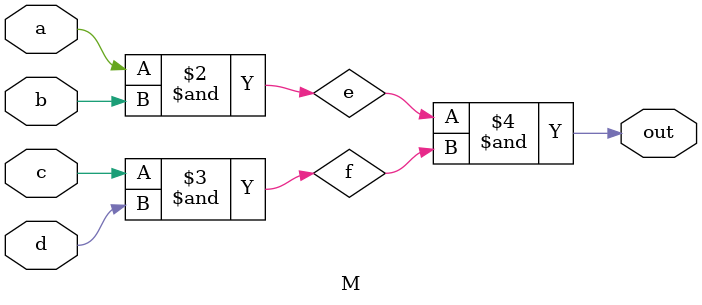
<source format=v>
module test_bench ;

reg A,B,C,D;

wire OUT ;


//instantiation 
M m1(A,B,C,D,OUT);


//initialisation 
initial 
{A,B,C,D} = 4'b0 ;

//stimulus generation 
initial 
begin 

integer i ;

for(i=0;i<2**(4);i++)
begin 
{A,B,C,D}= i ;
#10;

end
end

//monitor
initial 
$monitor ($time, " A:%b || B :%b || C:%b || D:%b || OUT :%b ",A,B,C,D,OUT);

endmodule



//Conditional Path delays 

module M (a,b,c,d,out);

input a ,b,c,d;
output out;

wire e,f;

//specify block with conditional pin to pin timing 
specify 

//different pin to pin based on the state of signal a 
if(a) (a=>out) = 9 ;
if (~a) (a=>out) = 10 ;


//conditional expression contains two signals b and c 

//if b&c true , delays =9 
//otherwise delay =13

if(b & c) (b=> out) = 9 ;
if (~(b & c)) ( b=>out)=13;

//use concantenation operation 
//use full connection 
if ({c,d}==2'b01)
//conditional path delays 
(c,d *> out )=11;
if({c,d}!=2'b01)
(c,d *> out )=13;

endspecify

and a1(e,a,b);
and a2(f,c,d);
and a3(out,e,f);
endmodule

</source>
